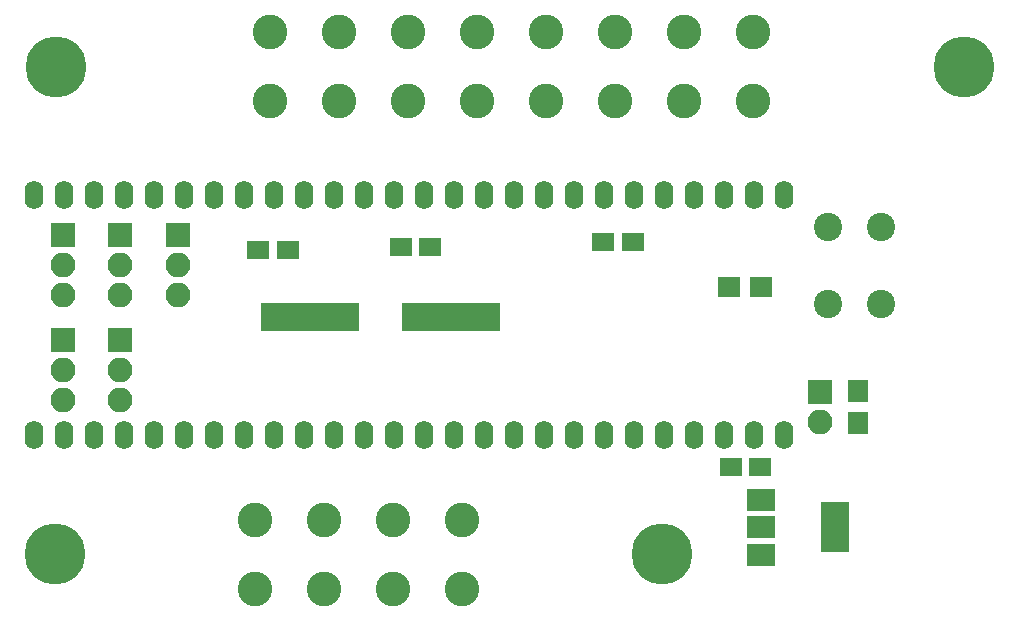
<source format=gts>
G04 #@! TF.GenerationSoftware,KiCad,Pcbnew,(2017-03-04 revision f18196186)-makepkg*
G04 #@! TF.CreationDate,2017-03-09T17:33:05-05:00*
G04 #@! TF.ProjectId,C-CAN_Y17,432D43414E5F5931372E6B696361645F,rev?*
G04 #@! TF.FileFunction,Soldermask,Top*
G04 #@! TF.FilePolarity,Negative*
%FSLAX46Y46*%
G04 Gerber Fmt 4.6, Leading zero omitted, Abs format (unit mm)*
G04 Created by KiCad (PCBNEW (2017-03-04 revision f18196186)-makepkg) date 03/09/17 17:33:05*
%MOMM*%
%LPD*%
G01*
G04 APERTURE LIST*
%ADD10C,0.100000*%
%ADD11R,2.100000X2.100000*%
%ADD12O,2.100000X2.100000*%
%ADD13C,5.175200*%
%ADD14C,2.940000*%
%ADD15R,1.900000X1.650000*%
%ADD16R,1.700000X1.900000*%
%ADD17R,1.900000X1.700000*%
%ADD18C,2.400000*%
%ADD19R,2.400000X1.900000*%
%ADD20R,2.400000X4.200000*%
%ADD21R,8.275000X2.400000*%
%ADD22O,1.600000X2.400000*%
G04 APERTURE END LIST*
D10*
D11*
X105791000Y-102870000D03*
D12*
X105791000Y-105410000D03*
X105791000Y-107950000D03*
D13*
X100418900Y-79756000D03*
X177228500Y-79756000D03*
D14*
X118491000Y-82677000D03*
X124333000Y-82677000D03*
X130175000Y-82677000D03*
X136017000Y-82677000D03*
X141859000Y-82677000D03*
X147701000Y-82677000D03*
X153543000Y-82677000D03*
X159385000Y-82677000D03*
X118491000Y-76835000D03*
X124333000Y-76835000D03*
X130175000Y-76835000D03*
X136017000Y-76835000D03*
X141859000Y-76835000D03*
X147701000Y-76835000D03*
X153543000Y-76835000D03*
X159385000Y-76835000D03*
D13*
X151688800Y-121031000D03*
X100279200Y-121031000D03*
D14*
X134747000Y-118110000D03*
X128905000Y-118110000D03*
X123063000Y-118110000D03*
X117221000Y-118110000D03*
X134747000Y-123952000D03*
X128905000Y-123952000D03*
X123063000Y-123952000D03*
X117221000Y-123952000D03*
D15*
X160000000Y-113665000D03*
X157500000Y-113665000D03*
X146705000Y-94615000D03*
X149205000Y-94615000D03*
X117495000Y-95250000D03*
X119995000Y-95250000D03*
X132060000Y-94996000D03*
X129560000Y-94996000D03*
D12*
X165100000Y-109855000D03*
D11*
X165100000Y-107315000D03*
D16*
X168275000Y-107235000D03*
X168275000Y-109935000D03*
D17*
X160100000Y-98425000D03*
X157400000Y-98425000D03*
D18*
X165735000Y-93345000D03*
X170235000Y-93345000D03*
X165735000Y-99845000D03*
X170235000Y-99845000D03*
D19*
X160045000Y-116445000D03*
X160045000Y-121045000D03*
X160045000Y-118745000D03*
D20*
X166345000Y-118745000D03*
D21*
X133795000Y-100965000D03*
X121920000Y-100965000D03*
D12*
X100965000Y-99060000D03*
X100965000Y-96520000D03*
D11*
X100965000Y-93980000D03*
X100965000Y-102870000D03*
D12*
X100965000Y-105410000D03*
X100965000Y-107950000D03*
X105791000Y-99060000D03*
X105791000Y-96520000D03*
D11*
X105791000Y-93980000D03*
D12*
X110744000Y-99060000D03*
X110744000Y-96520000D03*
D11*
X110744000Y-93980000D03*
D22*
X98491500Y-110955001D03*
X98491500Y-90635001D03*
X101031500Y-110955001D03*
X101031500Y-90635001D03*
X103571500Y-110955001D03*
X103571500Y-90635001D03*
X106111500Y-110955001D03*
X106111500Y-90635001D03*
X108651500Y-110955001D03*
X108651500Y-90635001D03*
X111191500Y-110955001D03*
X111191500Y-90635001D03*
X113731500Y-110955001D03*
X113731500Y-90635001D03*
X116271500Y-110955001D03*
X116271500Y-90635001D03*
X118811500Y-110955001D03*
X118811500Y-90635001D03*
X121351500Y-110955001D03*
X121351500Y-90635001D03*
X123891500Y-110955001D03*
X123891500Y-90635001D03*
X126431500Y-110955001D03*
X126431500Y-90635001D03*
X128971500Y-110955001D03*
X128971500Y-90635001D03*
X131511500Y-110955001D03*
X131511500Y-90635001D03*
X134051500Y-110955001D03*
X134051500Y-90635001D03*
X136591500Y-110955001D03*
X136591500Y-90635001D03*
X139131500Y-110955001D03*
X139131500Y-90635001D03*
X141671500Y-110955001D03*
X141671500Y-90635001D03*
X144211500Y-110955001D03*
X144211500Y-90635001D03*
X146751500Y-110955001D03*
X146751500Y-90635001D03*
X149291500Y-110955001D03*
X149291500Y-90635001D03*
X151831500Y-110955001D03*
X151831500Y-90635001D03*
X154371500Y-110955001D03*
X154371500Y-90635001D03*
X156911500Y-110955001D03*
X156911500Y-90635001D03*
X159451500Y-110955001D03*
X159451500Y-90635001D03*
X161991500Y-110955001D03*
X161991500Y-90635001D03*
M02*

</source>
